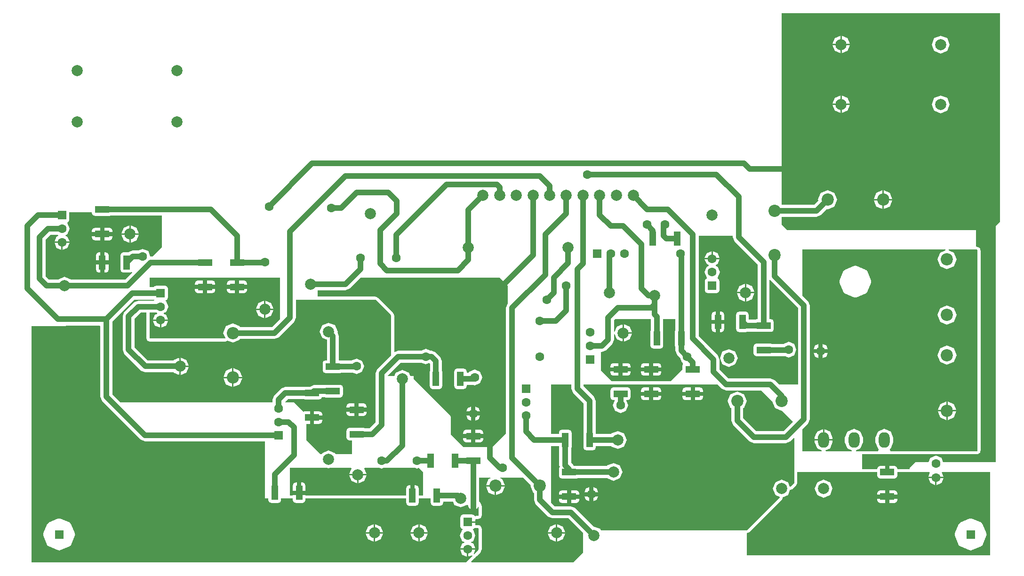
<source format=gtl>
G04 Layer_Physical_Order=1*
G04 Layer_Color=255*
%FSLAX44Y44*%
%MOMM*%
G71*
G01*
G75*
%ADD10R,1.2000X2.6000*%
%ADD11R,2.6000X1.2000*%
%ADD12C,1.0000*%
%ADD13C,2.0000*%
%ADD14R,1.6000X1.6000*%
%ADD15C,2.2000*%
%ADD16C,1.6000*%
%ADD17R,1.6000X1.6000*%
%ADD18O,2.0000X2.8000*%
G36*
X923271Y163922D02*
X922682Y162500D01*
X927754Y150254D01*
X929176Y149665D01*
Y137500D01*
X932346Y129846D01*
X954846Y107346D01*
X962500Y104176D01*
X991117D01*
X1017500Y77793D01*
Y42500D01*
X1000000Y25000D01*
X816813D01*
X816327Y26173D01*
X822889Y32735D01*
X822932Y32839D01*
X823546Y33453D01*
X823915Y34344D01*
X824062Y34491D01*
X824105Y34595D01*
Y34595D01*
X824105D01*
X824209Y34638D01*
X824356Y34785D01*
X825247Y35154D01*
X825861Y35768D01*
X825965Y35811D01*
X833066Y42912D01*
X833478Y43907D01*
X834239Y44668D01*
X835000Y46505D01*
Y47582D01*
X835412Y48576D01*
Y85600D01*
X835000Y86594D01*
X835000Y87671D01*
X834685Y88432D01*
Y88432D01*
X833923Y89193D01*
X833827Y89426D01*
X833593Y89523D01*
X832847Y90269D01*
X832750Y90503D01*
X832517Y90600D01*
X831756Y91361D01*
X830995Y91676D01*
X829918Y91676D01*
X828923Y92088D01*
X824488D01*
X824485Y92090D01*
X824310D01*
X823412Y92988D01*
Y96230D01*
X810000D01*
Y98770D01*
X823412D01*
Y102012D01*
X824310Y102910D01*
X824485D01*
X824488Y102912D01*
X828923D01*
X829918Y103324D01*
X830995Y103324D01*
X831756Y103639D01*
X831756D01*
X832517Y104400D01*
X832750Y104497D01*
X832847Y104731D01*
X833593Y105477D01*
X833827Y105574D01*
X833923Y105807D01*
X834685Y106568D01*
X835000Y107329D01*
X835000Y108406D01*
X835412Y109400D01*
Y126424D01*
X835000Y127418D01*
Y128495D01*
X834239Y130332D01*
X833478Y131094D01*
X833066Y132088D01*
X830824Y134330D01*
X830824Y134330D01*
Y177500D01*
X851148D01*
X851396Y176254D01*
X847754Y174746D01*
X843208Y163770D01*
X860000D01*
X876792D01*
X872246Y174746D01*
X868604Y176254D01*
X868852Y177500D01*
X909693D01*
X923271Y163922D01*
D02*
G37*
G36*
X1750000Y37500D02*
X1312500D01*
Y77088D01*
X1316327Y78673D01*
X1375377Y137723D01*
X1375589Y138235D01*
X1376050Y138543D01*
X1376358Y140092D01*
X1376962Y141550D01*
X1376776Y142000D01*
X1386481Y146019D01*
X1390500Y155724D01*
X1390950Y155538D01*
X1392408Y156142D01*
X1393957Y156450D01*
X1394265Y156911D01*
X1394777Y157123D01*
X1401327Y163673D01*
X1402912Y167500D01*
X1402912Y167500D01*
Y187500D01*
X1546588D01*
Y181000D01*
X1548173Y177173D01*
X1552000Y175588D01*
X1578000D01*
X1581827Y177173D01*
X1583412Y181000D01*
Y187500D01*
X1641196D01*
X1642045Y186230D01*
X1638955Y178770D01*
X1652500D01*
X1666045D01*
X1662955Y186230D01*
X1663804Y187500D01*
X1750000D01*
Y37500D01*
D02*
G37*
G36*
X718800Y193429D02*
X722527Y194973D01*
X730000Y187500D01*
Y145412D01*
X721912D01*
Y158000D01*
X720327Y161827D01*
X716500Y163412D01*
X714250D01*
Y145000D01*
X706750D01*
Y163412D01*
X704500D01*
X700673Y161827D01*
X699088Y158000D01*
Y145412D01*
X518412D01*
Y146250D01*
X507000D01*
X495588D01*
Y145412D01*
X490000D01*
Y194693D01*
X490307Y195000D01*
X557185D01*
X560000Y193834D01*
X562815Y195000D01*
X600380D01*
X600916Y193730D01*
X596790Y183770D01*
X628210D01*
X624084Y193730D01*
X624620Y195000D01*
X651207D01*
X655000Y193429D01*
X658793Y195000D01*
X715007D01*
X718800Y193429D01*
D02*
G37*
G36*
X1767500Y637500D02*
X1760000Y630000D01*
Y205000D01*
X1665701D01*
X1662450Y212850D01*
X1652500Y216971D01*
X1642550Y212850D01*
X1639299Y205000D01*
X1615000D01*
X1605000Y195000D01*
Y192912D01*
X1583412D01*
Y193000D01*
X1581827Y196827D01*
X1578000Y198412D01*
X1568750D01*
Y187000D01*
X1561250D01*
Y198412D01*
X1552000D01*
X1548173Y196827D01*
X1546588Y193000D01*
Y192912D01*
X1520000D01*
X1520000Y219588D01*
X1547700D01*
X1548694Y220000D01*
X1570506D01*
X1571500Y219588D01*
X1726423D01*
X1727418Y220000D01*
X1728495Y220000D01*
X1729256Y220315D01*
X1729256D01*
X1730017Y221076D01*
X1730250Y221173D01*
X1730347Y221407D01*
X1731093Y222153D01*
X1731327Y222250D01*
X1731423Y222483D01*
X1732185Y223244D01*
X1732185Y223244D01*
D01*
D01*
X1732500Y224005D01*
X1732500Y225082D01*
X1732912Y226076D01*
Y586423D01*
X1732500Y587418D01*
X1732500Y588495D01*
X1732185Y589256D01*
Y589256D01*
X1731423Y590017D01*
X1731327Y590250D01*
X1731093Y590347D01*
X1730347Y591093D01*
X1730250Y591327D01*
X1730017Y591423D01*
X1729256Y592185D01*
X1729256Y592185D01*
D01*
D01*
X1728495Y592500D01*
X1727418Y592500D01*
X1726423Y592912D01*
X1725000D01*
Y622500D01*
X1385000D01*
X1375000Y632500D01*
Y645868D01*
X1375335Y646676D01*
X1437500D01*
X1445154Y649846D01*
X1456078Y660771D01*
X1457500Y660182D01*
X1469746Y665254D01*
X1474818Y677500D01*
X1469746Y689746D01*
X1457500Y694818D01*
X1445254Y689746D01*
X1440182Y677500D01*
X1440771Y676078D01*
X1433017Y668324D01*
X1375335D01*
X1375000Y669132D01*
Y1012500D01*
X1767500D01*
Y637500D01*
D02*
G37*
G36*
X149176Y449856D02*
Y322500D01*
X152346Y314846D01*
X221746Y245446D01*
X229400Y242276D01*
X445000D01*
Y140000D01*
X451588D01*
Y137000D01*
X453173Y133173D01*
X457000Y131588D01*
X469000D01*
X472827Y133173D01*
X474412Y137000D01*
Y140000D01*
X495588D01*
Y137000D01*
X497173Y133173D01*
X501000Y131588D01*
X513000D01*
X516827Y133173D01*
X518412Y137000D01*
Y140000D01*
X699088D01*
Y132000D01*
X700673Y128173D01*
X704500Y126588D01*
X716500D01*
X720327Y128173D01*
X721912Y132000D01*
Y140000D01*
X743088D01*
Y132000D01*
X744673Y128173D01*
X748500Y126588D01*
X760500D01*
X764327Y128173D01*
X765912Y132000D01*
Y134176D01*
X783677D01*
X786020Y128519D01*
X797500Y123764D01*
X808498Y128320D01*
X810039Y127918D01*
X812346Y122346D01*
X820000Y119176D01*
X827654Y122346D01*
X828730Y124945D01*
X830000Y124692D01*
Y110477D01*
X830000Y110477D01*
Y109400D01*
X829767Y109304D01*
X829020Y108557D01*
X828923Y108324D01*
X827847Y108324D01*
X827847Y108324D01*
X824488D01*
X824485Y108322D01*
X824310D01*
X824310Y108322D01*
X823587Y108023D01*
X822192Y108445D01*
X821827Y109327D01*
X818000Y110912D01*
X802000D01*
X798173Y109327D01*
X796588Y105500D01*
Y89500D01*
X798173Y85673D01*
X800619Y84660D01*
Y83285D01*
X800050Y83050D01*
X795929Y73100D01*
X800050Y63150D01*
X803950Y61535D01*
Y60265D01*
X800050Y58650D01*
X796455Y49970D01*
X810000D01*
Y48700D01*
D01*
Y49970D01*
X823545D01*
X819950Y58650D01*
X816050Y60265D01*
Y61535D01*
X819950Y63150D01*
X824071Y73100D01*
X819950Y83050D01*
X819381Y83285D01*
Y84660D01*
X821827Y85673D01*
X822192Y86555D01*
X823587Y86977D01*
X824310Y86678D01*
X824310Y86678D01*
X824485D01*
X824488Y86676D01*
X827847D01*
X827847Y86676D01*
X828924D01*
X829020Y86443D01*
X829767Y85696D01*
X830000Y85600D01*
X830000Y84523D01*
X830000Y84523D01*
Y49653D01*
Y48576D01*
X829239Y46739D01*
X822336Y39836D01*
X822253Y39777D01*
X821693Y39641D01*
X821369Y39867D01*
X820935Y40489D01*
X820837Y40893D01*
X823545Y47430D01*
X811270D01*
Y35155D01*
X817604Y37779D01*
X819043Y37000D01*
X819049Y36966D01*
X818915Y36415D01*
X807500Y25000D01*
X25000D01*
Y450000D01*
X148275Y450752D01*
X149176Y449856D01*
D02*
G37*
G36*
X134088Y653500D02*
X135673Y649673D01*
X139500Y648088D01*
X165500D01*
X166920Y648676D01*
X260000D01*
Y592500D01*
X242824Y575324D01*
X240591D01*
X240244Y575324D01*
X240244Y575324D01*
X239956Y575324D01*
X238650Y576016D01*
X234950Y584950D01*
X225000Y589071D01*
X217161Y585824D01*
X207000D01*
X199970Y582912D01*
X190500D01*
X186673Y581327D01*
X185088Y577500D01*
Y551500D01*
X186673Y547673D01*
X190500Y546088D01*
X202500D01*
X205813Y547460D01*
X206532Y546383D01*
X193472Y533324D01*
X96753D01*
X96481Y533980D01*
X85000Y538736D01*
X73520Y533980D01*
X73248Y533324D01*
X56983D01*
X50824Y539483D01*
Y605517D01*
X59483Y614176D01*
X72161D01*
X73950Y613435D01*
Y612165D01*
X70050Y610550D01*
X66455Y601870D01*
X80000D01*
X93545D01*
X89950Y610550D01*
X86050Y612165D01*
Y613435D01*
X89950Y615050D01*
X94071Y625000D01*
X89950Y634950D01*
X89381Y635185D01*
Y636560D01*
X91827Y637573D01*
X93412Y641400D01*
Y655000D01*
X134088D01*
Y653500D01*
D02*
G37*
G36*
X1669620Y587500D02*
X1669873Y586230D01*
X1660254Y582246D01*
X1655182Y570000D01*
X1660254Y557754D01*
X1672500Y552682D01*
X1684746Y557754D01*
X1689818Y570000D01*
X1684746Y582246D01*
X1675127Y586230D01*
X1675380Y587500D01*
X1725000D01*
X1726423D01*
X1727185Y587185D01*
X1727500Y586423D01*
Y226076D01*
X1727185Y225315D01*
X1726423Y225000D01*
X1571500D01*
X1570739Y225315D01*
X1570012Y227071D01*
X1569566Y227517D01*
X1569662Y228932D01*
X1571080Y229520D01*
X1575836Y241000D01*
Y249000D01*
X1571080Y260480D01*
X1559600Y265236D01*
X1548120Y260480D01*
X1543364Y249000D01*
Y241000D01*
X1548120Y229520D01*
X1549538Y228932D01*
X1549634Y227517D01*
X1549188Y227071D01*
X1548461Y225315D01*
X1547700Y225000D01*
X1520000D01*
X1508824D01*
X1508577Y226246D01*
X1516481Y229520D01*
X1521236Y241000D01*
Y249000D01*
X1516481Y260480D01*
X1505000Y265236D01*
X1493519Y260480D01*
X1488764Y249000D01*
Y241000D01*
X1493519Y229520D01*
X1501423Y226246D01*
X1501176Y225000D01*
X1454224D01*
X1453977Y226246D01*
X1461880Y229520D01*
X1466636Y241000D01*
Y243730D01*
X1434164D01*
Y241000D01*
X1438920Y229520D01*
X1446823Y226246D01*
X1446576Y225000D01*
X1412500D01*
Y264693D01*
X1422654Y274846D01*
X1425824Y282500D01*
Y487500D01*
X1422654Y495154D01*
X1412500Y505307D01*
Y587500D01*
X1669620Y587500D01*
D02*
G37*
G36*
X882500Y522500D02*
Y490307D01*
X882346Y490154D01*
X879176Y482500D01*
Y256676D01*
X855000Y232500D01*
X802500D01*
X780000Y255000D01*
Y287500D01*
X712500Y355000D01*
Y360000D01*
X706665D01*
X703980Y366480D01*
X692500Y371236D01*
X681020Y366480D01*
X678335Y360000D01*
X667103D01*
X666577Y361270D01*
X689483Y384176D01*
X727161D01*
X735000Y380929D01*
X741197Y383496D01*
X742176Y382517D01*
Y369420D01*
X741588Y368000D01*
Y342000D01*
X743173Y338173D01*
X747000Y336588D01*
X759000D01*
X762827Y338173D01*
X764412Y342000D01*
Y368000D01*
X763824Y369420D01*
Y387000D01*
X760654Y394654D01*
X752654Y402654D01*
X745000Y405824D01*
X742839D01*
X735000Y409071D01*
X727161Y405824D01*
X685000D01*
X678968Y403325D01*
X678579Y403585D01*
X677912Y404263D01*
Y468923D01*
X677500Y469918D01*
Y470995D01*
X676739Y472832D01*
X675978Y473593D01*
X675566Y474588D01*
X649588Y500566D01*
X648593Y500978D01*
X647832Y501739D01*
X645995Y502500D01*
X644918D01*
X643924Y502912D01*
X540000D01*
Y514176D01*
X590000D01*
X597654Y517346D01*
X617807Y537500D01*
X867500D01*
X882500Y522500D01*
D02*
G37*
G36*
X1267346Y337346D02*
X1275000Y334176D01*
X1338324D01*
X1357810Y314690D01*
X1362754Y302754D01*
X1374690Y297810D01*
X1394846Y277654D01*
X1378017Y260824D01*
X1329483D01*
X1305824Y284483D01*
Y302165D01*
X1307246Y302754D01*
X1312318Y315000D01*
X1307246Y327246D01*
X1295000Y332318D01*
X1282754Y327246D01*
X1277682Y315000D01*
X1282754Y302754D01*
X1284176Y302165D01*
Y280000D01*
X1287346Y272346D01*
X1317346Y242346D01*
X1325000Y239176D01*
X1382500D01*
X1390154Y242346D01*
X1396327Y248519D01*
X1397500Y248033D01*
Y167500D01*
X1390950Y160950D01*
X1389704Y161198D01*
X1386481Y168981D01*
X1375000Y173736D01*
X1363519Y168981D01*
X1358764Y157500D01*
X1363519Y146019D01*
X1371302Y142796D01*
X1371550Y141550D01*
X1312500Y82500D01*
X1049842D01*
X1048980Y84580D01*
X1037500Y89336D01*
X1036843Y89064D01*
X1003254Y122654D01*
X995600Y125824D01*
X966983D01*
X960000Y132807D01*
Y234176D01*
X974088D01*
Y232000D01*
X974676Y230580D01*
Y199500D01*
X975767Y196866D01*
X975673Y196827D01*
X974088Y193000D01*
Y181000D01*
X975673Y177173D01*
X979500Y175588D01*
X1005500D01*
X1008127Y176676D01*
X1060748D01*
X1061020Y176019D01*
X1072500Y171264D01*
X1083980Y176019D01*
X1088736Y187500D01*
X1083980Y198981D01*
X1072500Y203736D01*
X1061020Y198981D01*
X1060748Y198324D01*
X1005713D01*
X1005500Y198412D01*
X1000875D01*
X1000154Y200154D01*
X996324Y203983D01*
Y230580D01*
X996912Y232000D01*
Y258000D01*
X995327Y261827D01*
X991500Y263412D01*
X979500D01*
X975673Y261827D01*
X974088Y258000D01*
Y255824D01*
X960000D01*
Y345000D01*
X996676D01*
Y337500D01*
X999846Y329846D01*
X1018676Y311017D01*
Y259420D01*
X1018088Y258000D01*
Y232000D01*
X1019673Y228173D01*
X1023500Y226588D01*
X1035500D01*
X1039327Y228173D01*
X1040912Y232000D01*
Y234176D01*
X1068248D01*
X1068520Y233519D01*
X1080000Y228764D01*
X1091480Y233519D01*
X1096236Y245000D01*
X1091480Y256481D01*
X1080000Y261236D01*
X1068520Y256481D01*
X1068248Y255824D01*
X1040912D01*
Y258000D01*
X1040324Y259420D01*
Y315500D01*
X1037154Y323154D01*
X1018324Y341983D01*
Y345000D01*
X1069588D01*
X1069588Y345000D01*
X1069588Y345000D01*
X1259693D01*
X1267346Y337346D01*
D02*
G37*
G36*
X1286676Y610000D02*
X1289846Y602346D01*
X1331676Y560517D01*
Y462216D01*
X1329500D01*
X1328080Y461628D01*
X1315912D01*
Y470500D01*
X1314327Y474327D01*
X1310500Y475912D01*
X1298500D01*
X1294673Y474327D01*
X1293088Y470500D01*
Y444500D01*
X1294673Y440673D01*
X1298500Y439088D01*
X1310500D01*
X1312654Y439980D01*
X1328080D01*
X1329500Y439392D01*
X1355500D01*
X1359327Y440977D01*
X1360912Y444804D01*
Y456804D01*
X1359327Y460631D01*
X1355500Y462216D01*
X1353324D01*
Y532767D01*
X1354570Y533015D01*
X1354846Y532346D01*
X1404176Y483017D01*
Y345000D01*
X1370307D01*
X1362654Y352654D01*
X1355000Y355824D01*
X1279483D01*
X1263324Y371983D01*
Y390000D01*
X1260154Y397654D01*
X1225824Y431983D01*
Y612500D01*
X1286676D01*
Y610000D01*
D02*
G37*
G36*
X472500Y462807D02*
X458017Y448324D01*
X400335D01*
X399746Y449746D01*
X387500Y454818D01*
X375254Y449746D01*
X370182Y437500D01*
X373886Y428556D01*
X373181Y427500D01*
X237500D01*
Y474176D01*
X249661D01*
X251450Y473435D01*
Y472165D01*
X247550Y470550D01*
X243955Y461870D01*
X257500D01*
X271045D01*
X267450Y470550D01*
X263550Y472165D01*
Y473435D01*
X267450Y475050D01*
X271571Y485000D01*
X267450Y494950D01*
X266881Y495185D01*
Y496560D01*
X269327Y497573D01*
X270912Y501400D01*
Y517400D01*
X269327Y521227D01*
X265500Y522812D01*
X249500D01*
X245673Y521227D01*
X245258Y520224D01*
X237500D01*
Y537500D01*
X472500D01*
Y462807D01*
D02*
G37*
G36*
X645761Y496739D02*
X671739Y470761D01*
X672500Y468923D01*
X672500D01*
X672500Y468923D01*
Y404031D01*
Y397807D01*
X647346Y372654D01*
X644176Y365000D01*
Y276983D01*
X633517Y266324D01*
X624420D01*
X623000Y266912D01*
X597000D01*
X593173Y265327D01*
X591588Y261500D01*
Y249500D01*
X593173Y245673D01*
X597000Y244088D01*
X601676D01*
Y220000D01*
X572123D01*
X571480Y221551D01*
X560000Y226306D01*
X548520Y221551D01*
X547877Y220000D01*
X545000D01*
X520000Y245000D01*
Y274088D01*
X526250D01*
Y285500D01*
Y296912D01*
X517000D01*
X514234Y295766D01*
X497500Y312500D01*
X482103D01*
X481577Y313770D01*
X486483Y318676D01*
X515580D01*
X517000Y318088D01*
X543000D01*
X546827Y319673D01*
X547864Y322176D01*
X553080D01*
X554500Y321588D01*
X580500D01*
X584327Y323173D01*
X585912Y327000D01*
Y339000D01*
X584327Y342827D01*
X580500Y344412D01*
X554500D01*
X553080Y343824D01*
X533500D01*
X526470Y340912D01*
X517000D01*
X515580Y340324D01*
X482000D01*
X474346Y337154D01*
X462346Y325154D01*
X459176Y317500D01*
Y312500D01*
X185307D01*
X170824Y326983D01*
Y458017D01*
X210307Y497500D01*
X245690D01*
X246157Y497094D01*
X245682Y495824D01*
X217500D01*
X209846Y492654D01*
X192346Y475154D01*
X189176Y467500D01*
Y407500D01*
X192346Y399846D01*
X222346Y369846D01*
X230000Y366676D01*
X280748D01*
X281019Y366020D01*
X291230Y361790D01*
Y377500D01*
Y393210D01*
X281019Y388980D01*
X280748Y388324D01*
X234483D01*
X210824Y411983D01*
Y463017D01*
X221983Y474176D01*
X232088D01*
Y427500D01*
X233673Y423673D01*
X237500Y422088D01*
X373181D01*
X373693Y422300D01*
X374237Y422192D01*
X375549Y423069D01*
X377008Y423673D01*
X378393Y423954D01*
X387500Y420182D01*
X399746Y425254D01*
X400335Y426676D01*
X462500D01*
X470154Y429846D01*
X497654Y457346D01*
X500824Y465000D01*
Y497500D01*
X643924D01*
X645761Y496739D01*
D02*
G37*
G36*
X1183676Y441920D02*
X1183088Y440500D01*
Y414500D01*
X1183676Y413080D01*
Y405500D01*
X1186846Y397846D01*
X1191803Y392890D01*
X1195050Y385050D01*
X1197500Y384036D01*
Y380202D01*
X1196588Y378000D01*
Y371588D01*
X1175412Y350412D01*
X1069588D01*
X1050000Y370000D01*
Y403576D01*
X1051900D01*
X1059554Y406746D01*
X1070154Y417346D01*
X1073324Y425000D01*
Y435244D01*
X1074594Y435497D01*
X1078520Y426020D01*
X1088730Y421790D01*
Y437500D01*
Y453210D01*
X1078520Y448980D01*
X1074594Y439503D01*
X1073324Y439756D01*
Y460517D01*
X1075307Y462500D01*
X1139676D01*
Y441920D01*
X1139088Y440500D01*
Y414500D01*
X1140673Y410673D01*
X1144500Y409088D01*
X1156500D01*
X1160327Y410673D01*
X1161912Y414500D01*
Y440500D01*
X1161324Y441920D01*
Y462500D01*
X1183676D01*
Y441920D01*
D02*
G37*
%LPC*%
G36*
X985710Y76830D02*
X971270D01*
Y62390D01*
X981480Y66620D01*
X985710Y76830D01*
D02*
G37*
G36*
X968730D02*
X954290D01*
X958520Y66620D01*
X968730Y62390D01*
Y76830D01*
D02*
G37*
G36*
X858730Y161230D02*
X843208D01*
X847754Y150254D01*
X858730Y145708D01*
Y161230D01*
D02*
G37*
G36*
X876792D02*
X861270D01*
Y145708D01*
X872246Y150254D01*
X876792Y161230D01*
D02*
G37*
G36*
X968730Y93810D02*
X958520Y89580D01*
X954290Y79370D01*
X968730D01*
Y93810D01*
D02*
G37*
G36*
X971270D02*
Y79370D01*
X985710D01*
X981480Y89580D01*
X971270Y93810D01*
D02*
G37*
G36*
X1450400Y173736D02*
X1438920Y168981D01*
X1434164Y157500D01*
X1438920Y146019D01*
X1450400Y141264D01*
X1461881Y146019D01*
X1466636Y157500D01*
X1461881Y168981D01*
X1450400Y173736D01*
D02*
G37*
G36*
X1578000Y154412D02*
X1568750D01*
Y146750D01*
X1583412D01*
Y149000D01*
X1581827Y152827D01*
X1578000Y154412D01*
D02*
G37*
G36*
X1561250D02*
X1552000D01*
X1548173Y152827D01*
X1546588Y149000D01*
Y146750D01*
X1561250D01*
Y154412D01*
D02*
G37*
G36*
X1715000Y103683D02*
X1714005Y103271D01*
X1712929D01*
X1712929Y103271D01*
X1696474Y96455D01*
X1696474D01*
X1695712Y95694D01*
X1694718Y95282D01*
X1694306Y94288D01*
X1693545Y93526D01*
Y93526D01*
X1686729Y77071D01*
X1686729Y77071D01*
Y75995D01*
X1686317Y75000D01*
X1686729Y74005D01*
Y72929D01*
X1686729Y72929D01*
X1693545Y56474D01*
Y56474D01*
X1694306Y55712D01*
X1694718Y54718D01*
X1695712Y54306D01*
X1696474Y53545D01*
X1696474D01*
X1712929Y46729D01*
X1712929Y46729D01*
X1714005D01*
X1715000Y46317D01*
X1715995Y46729D01*
X1717071D01*
X1717071Y46729D01*
X1733526Y53545D01*
X1733526D01*
X1734288Y54306D01*
X1735282Y54718D01*
X1735694Y55712D01*
X1736455Y56474D01*
Y56474D01*
X1743271Y72929D01*
X1743271Y72929D01*
Y74005D01*
X1743683Y75000D01*
X1743271Y75995D01*
Y77071D01*
X1743271Y77071D01*
X1736455Y93526D01*
Y93526D01*
X1735694Y94288D01*
X1735282Y95282D01*
X1734288Y95694D01*
X1733526Y96455D01*
X1733526D01*
X1717071Y103271D01*
X1717071Y103271D01*
X1715995D01*
X1715000Y103683D01*
D02*
G37*
G36*
X1561250Y139250D02*
X1546588D01*
Y137000D01*
X1548173Y133173D01*
X1552000Y131588D01*
X1561250D01*
Y139250D01*
D02*
G37*
G36*
X1583412D02*
X1568750D01*
Y131588D01*
X1578000D01*
X1581827Y133173D01*
X1583412Y137000D01*
Y139250D01*
D02*
G37*
G36*
X1651230Y176230D02*
X1638955D01*
X1642550Y167550D01*
X1651230Y163955D01*
Y176230D01*
D02*
G37*
G36*
X1666045D02*
X1653770D01*
Y163955D01*
X1662450Y167550D01*
X1666045Y176230D01*
D02*
G37*
G36*
X628210Y181230D02*
X613770D01*
Y166790D01*
X623980Y171019D01*
X628210Y181230D01*
D02*
G37*
G36*
X611230D02*
X596790D01*
X601020Y171019D01*
X611230Y166790D01*
Y181230D01*
D02*
G37*
G36*
X503250Y168412D02*
X501000D01*
X497173Y166827D01*
X495588Y163000D01*
Y153750D01*
X503250D01*
Y168412D01*
D02*
G37*
G36*
X513000D02*
X510750D01*
Y153750D01*
X518412D01*
Y163000D01*
X516827Y166827D01*
X513000Y168412D01*
D02*
G37*
G36*
X1480720Y864480D02*
X1470509Y860250D01*
X1466280Y850040D01*
X1480720D01*
Y864480D01*
D02*
G37*
G36*
X1483260D02*
Y850040D01*
X1497700D01*
X1493470Y860250D01*
X1483260Y864480D01*
D02*
G37*
G36*
X1480720Y847500D02*
X1466280D01*
X1470509Y837290D01*
X1480720Y833060D01*
Y847500D01*
D02*
G37*
G36*
X1497700D02*
X1483260D01*
Y833060D01*
X1493470Y837290D01*
X1497700Y847500D01*
D02*
G37*
G36*
X1661060Y972506D02*
X1649579Y967750D01*
X1644824Y956270D01*
X1649579Y944790D01*
X1661060Y940034D01*
X1672540Y944790D01*
X1677296Y956270D01*
X1672540Y967750D01*
X1661060Y972506D01*
D02*
G37*
G36*
X1480720Y971980D02*
X1470509Y967750D01*
X1466280Y957540D01*
X1480720D01*
Y971980D01*
D02*
G37*
G36*
X1483260Y971980D02*
Y957540D01*
X1497700D01*
X1493470Y967750D01*
X1483260Y971980D01*
D02*
G37*
G36*
X1480720Y955000D02*
X1466280D01*
X1470509Y944790D01*
X1480720Y940560D01*
Y955000D01*
D02*
G37*
G36*
X1497700D02*
X1483260D01*
Y940560D01*
X1493470Y944790D01*
X1497700Y955000D01*
D02*
G37*
G36*
X1661060Y865006D02*
X1649579Y860250D01*
X1644824Y848770D01*
X1649579Y837290D01*
X1661060Y832534D01*
X1672540Y837290D01*
X1677296Y848770D01*
X1672540Y860250D01*
X1661060Y865006D01*
D02*
G37*
G36*
X1556230Y694292D02*
X1545254Y689746D01*
X1540708Y678770D01*
X1556230D01*
Y694292D01*
D02*
G37*
G36*
X1558770Y694292D02*
Y678770D01*
X1574292D01*
X1569746Y689746D01*
X1558770Y694292D01*
D02*
G37*
G36*
X1574292Y676230D02*
X1558770D01*
Y660708D01*
X1569746Y665254D01*
X1574292Y676230D01*
D02*
G37*
G36*
X1556230D02*
X1540708D01*
X1545254Y665254D01*
X1556230Y660708D01*
Y676230D01*
D02*
G37*
G36*
X641230Y76830D02*
X626790D01*
X631020Y66620D01*
X641230Y62390D01*
Y76830D01*
D02*
G37*
G36*
X658210D02*
X643770D01*
Y62390D01*
X653980Y66620D01*
X658210Y76830D01*
D02*
G37*
G36*
X721230D02*
X706790D01*
X711020Y66620D01*
X721230Y62390D01*
Y76830D01*
D02*
G37*
G36*
X808730Y47430D02*
X796455D01*
X800050Y38750D01*
X808730Y35155D01*
Y47430D01*
D02*
G37*
G36*
X723770Y93810D02*
Y79370D01*
X738210D01*
X733980Y89580D01*
X723770Y93810D01*
D02*
G37*
G36*
X75000Y103683D02*
X74005Y103271D01*
X72929D01*
X72929Y103271D01*
X56474Y96455D01*
X56474D01*
X55712Y95694D01*
X54718Y95282D01*
X54306Y94288D01*
X53545Y93526D01*
Y93526D01*
X46729Y77071D01*
X46729Y77071D01*
Y75995D01*
X46317Y75000D01*
X46729Y74005D01*
Y72929D01*
X46729Y72929D01*
X53545Y56474D01*
Y56474D01*
X54306Y55712D01*
X54718Y54718D01*
X55712Y54306D01*
X56474Y53545D01*
X56474D01*
X72929Y46729D01*
X72929Y46729D01*
X74005D01*
X75000Y46317D01*
X75995Y46729D01*
X77071D01*
X77071Y46729D01*
X93526Y53545D01*
X93526D01*
X94288Y54306D01*
X95282Y54718D01*
X95694Y55712D01*
X96455Y56474D01*
Y56474D01*
X103271Y72929D01*
X103271Y72929D01*
Y74005D01*
X103683Y75000D01*
X103271Y75995D01*
Y77071D01*
X103271Y77071D01*
X96455Y93526D01*
Y93526D01*
X95694Y94288D01*
X95282Y95282D01*
X94288Y95694D01*
X93526Y96455D01*
X93526D01*
X77071Y103271D01*
X77071Y103271D01*
X75995D01*
X75000Y103683D01*
D02*
G37*
G36*
X641230Y93810D02*
X631020Y89580D01*
X626790Y79370D01*
X641230D01*
Y93810D01*
D02*
G37*
G36*
X738210Y76830D02*
X723770D01*
Y62390D01*
X733980Y66620D01*
X738210Y76830D01*
D02*
G37*
G36*
X643770Y93810D02*
Y79370D01*
X658210D01*
X653980Y89580D01*
X643770Y93810D01*
D02*
G37*
G36*
X721230D02*
X711020Y89580D01*
X706790Y79370D01*
X721230D01*
Y93810D01*
D02*
G37*
G36*
X148750Y582912D02*
X146500D01*
X142673Y581327D01*
X141088Y577500D01*
Y568250D01*
X148750D01*
Y582912D01*
D02*
G37*
G36*
X158500D02*
X156250D01*
Y568250D01*
X163912D01*
Y577500D01*
X162327Y581327D01*
X158500Y582912D01*
D02*
G37*
G36*
X78730Y599330D02*
X66455D01*
X70050Y590650D01*
X78730Y587055D01*
Y599330D01*
D02*
G37*
G36*
X201230Y614230D02*
X186790D01*
X191019Y604019D01*
X201230Y599790D01*
Y614230D01*
D02*
G37*
G36*
X148750Y611750D02*
X134088D01*
Y609500D01*
X135673Y605673D01*
X139500Y604088D01*
X148750D01*
Y611750D01*
D02*
G37*
G36*
X93545Y599330D02*
X81270D01*
Y587055D01*
X89950Y590650D01*
X93545Y599330D01*
D02*
G37*
G36*
X218210Y614230D02*
X203770D01*
Y599790D01*
X213981Y604019D01*
X218210Y614230D01*
D02*
G37*
G36*
X148750Y560750D02*
X141088D01*
Y551500D01*
X142673Y547673D01*
X146500Y546088D01*
X148750D01*
Y560750D01*
D02*
G37*
G36*
X163912D02*
X156250D01*
Y546088D01*
X158500D01*
X162327Y547673D01*
X163912Y551500D01*
Y560750D01*
D02*
G37*
G36*
X203770Y631210D02*
Y616770D01*
X218210D01*
X213981Y626980D01*
X203770Y631210D01*
D02*
G37*
G36*
X148750Y626912D02*
X139500D01*
X135673Y625327D01*
X134088Y621500D01*
Y619250D01*
X148750D01*
Y626912D01*
D02*
G37*
G36*
X170912Y611750D02*
X156250D01*
Y604088D01*
X165500D01*
X169327Y605673D01*
X170912Y609500D01*
Y611750D01*
D02*
G37*
G36*
X201230Y631210D02*
X191019Y626980D01*
X186790Y616770D01*
X201230D01*
Y631210D01*
D02*
G37*
G36*
X165500Y626912D02*
X156250D01*
Y619250D01*
X170912D01*
Y621500D01*
X169327Y625327D01*
X165500Y626912D01*
D02*
G37*
G36*
X1671230Y314292D02*
X1660254Y309746D01*
X1655708Y298770D01*
X1671230D01*
Y314292D01*
D02*
G37*
G36*
X1689292Y296230D02*
X1673770D01*
Y280708D01*
X1684746Y285254D01*
X1689292Y296230D01*
D02*
G37*
G36*
X1671230D02*
X1655708D01*
X1660254Y285254D01*
X1671230Y280708D01*
Y296230D01*
D02*
G37*
G36*
X1673770Y314292D02*
Y298770D01*
X1689292D01*
X1684746Y309746D01*
X1673770Y314292D01*
D02*
G37*
G36*
X1449130Y264710D02*
X1438920Y260480D01*
X1438032Y258338D01*
X1437346Y258054D01*
X1434176Y250400D01*
X1434460Y249714D01*
X1434164Y249000D01*
Y246270D01*
X1449130D01*
Y264710D01*
D02*
G37*
G36*
X1451670D02*
Y246270D01*
X1466636D01*
Y249000D01*
X1461880Y260480D01*
X1451670Y264710D01*
D02*
G37*
G36*
X1507500Y558683D02*
X1506505Y558271D01*
X1505429D01*
X1505429Y558271D01*
X1488974Y551455D01*
X1488974D01*
X1488212Y550694D01*
X1487218Y550282D01*
X1486806Y549288D01*
X1486045Y548526D01*
Y548526D01*
X1479229Y532071D01*
X1479229Y532071D01*
Y530994D01*
X1478817Y530000D01*
X1479229Y529006D01*
Y527929D01*
X1479229Y527929D01*
X1486045Y511474D01*
Y511474D01*
X1486806Y510712D01*
X1487218Y509718D01*
X1488212Y509306D01*
X1488974Y508545D01*
X1488974D01*
X1505429Y501729D01*
X1505429Y501729D01*
X1506505D01*
X1507500Y501317D01*
X1508495Y501729D01*
X1509571D01*
X1509571Y501729D01*
X1526026Y508545D01*
X1526026D01*
X1526788Y509306D01*
X1527782Y509718D01*
X1528194Y510712D01*
X1528955Y511474D01*
Y511474D01*
X1535771Y527929D01*
X1535771Y527929D01*
Y529006D01*
X1536183Y530000D01*
X1535771Y530994D01*
Y532071D01*
X1535771Y532071D01*
X1528955Y548526D01*
Y548526D01*
X1528194Y549288D01*
X1527782Y550282D01*
X1526788Y550694D01*
X1526026Y551455D01*
X1526026D01*
X1509571Y558271D01*
X1509571Y558271D01*
X1508495D01*
X1507500Y558683D01*
D02*
G37*
G36*
X1672500Y414818D02*
X1660254Y409746D01*
X1655182Y397500D01*
X1660254Y385254D01*
X1672500Y380182D01*
X1684746Y385254D01*
X1689818Y397500D01*
X1684746Y409746D01*
X1672500Y414818D01*
D02*
G37*
G36*
X1441250Y401250D02*
X1432482D01*
X1435050Y395050D01*
X1441250Y392482D01*
Y401250D01*
D02*
G37*
G36*
X1448750Y417518D02*
Y408750D01*
X1457518D01*
X1454950Y414950D01*
X1448750Y417518D01*
D02*
G37*
G36*
X1457518Y401250D02*
X1448750D01*
Y392482D01*
X1454950Y395050D01*
X1457518Y401250D01*
D02*
G37*
G36*
X1441250Y417518D02*
X1435050Y414950D01*
X1432482Y408750D01*
X1441250D01*
Y417518D01*
D02*
G37*
G36*
X1672500Y487318D02*
X1660254Y482246D01*
X1655182Y470000D01*
X1660254Y457754D01*
X1672500Y452682D01*
X1684746Y457754D01*
X1689818Y470000D01*
X1684746Y482246D01*
X1672500Y487318D01*
D02*
G37*
G36*
X816250Y305018D02*
X810050Y302450D01*
X807482Y296250D01*
X816250D01*
Y305018D01*
D02*
G37*
G36*
X823750D02*
Y296250D01*
X832518D01*
X829950Y302450D01*
X823750Y305018D01*
D02*
G37*
G36*
X816250Y263412D02*
X807000D01*
X803173Y261827D01*
X801588Y258000D01*
Y255750D01*
X816250D01*
Y263412D01*
D02*
G37*
G36*
X833000D02*
X823750D01*
Y255750D01*
X838412D01*
Y258000D01*
X836827Y261827D01*
X833000Y263412D01*
D02*
G37*
G36*
X816250Y288750D02*
X807482D01*
X810050Y282550D01*
X816250Y279982D01*
Y288750D01*
D02*
G37*
G36*
X832518D02*
X823750D01*
Y279982D01*
X829950Y282550D01*
X832518Y288750D01*
D02*
G37*
G36*
X803000Y373412D02*
X791000D01*
X787173Y371827D01*
X785588Y368000D01*
Y342000D01*
X787173Y338173D01*
X791000Y336588D01*
X803000D01*
X806827Y338173D01*
X808412Y342000D01*
Y344176D01*
X820000D01*
X820348Y344320D01*
X822500Y343429D01*
X832450Y347550D01*
X836571Y357500D01*
X832450Y367450D01*
X822500Y371571D01*
X812550Y367450D01*
X811877Y365824D01*
X808412D01*
Y368000D01*
X806827Y371827D01*
X803000Y373412D01*
D02*
G37*
G36*
X816250Y248250D02*
X801588D01*
Y246000D01*
X803173Y242173D01*
X807000Y240588D01*
X816250D01*
Y248250D01*
D02*
G37*
G36*
X838412D02*
X823750D01*
Y240588D01*
X833000D01*
X836827Y242173D01*
X838412Y246000D01*
Y248250D01*
D02*
G37*
G36*
X1098000Y339412D02*
X1072000D01*
X1068173Y337827D01*
X1066588Y334000D01*
Y322000D01*
X1068173Y318173D01*
X1072000Y316588D01*
X1074176D01*
Y315339D01*
X1070929Y307500D01*
X1075050Y297550D01*
X1085000Y293429D01*
X1094950Y297550D01*
X1099071Y307500D01*
X1095824Y315339D01*
Y316588D01*
X1098000D01*
X1101827Y318173D01*
X1103412Y322000D01*
Y334000D01*
X1101827Y337827D01*
X1098000Y339412D01*
D02*
G37*
G36*
X1136250Y339412D02*
X1127000D01*
X1123173Y337827D01*
X1121588Y334000D01*
Y331750D01*
X1136250D01*
Y339412D01*
D02*
G37*
G36*
X1153000D02*
X1143750D01*
Y331750D01*
X1158412D01*
Y334000D01*
X1156827Y337827D01*
X1153000Y339412D01*
D02*
G37*
G36*
X1228000Y339412D02*
X1218750D01*
Y331750D01*
X1233412D01*
Y334000D01*
X1231827Y337827D01*
X1228000Y339412D01*
D02*
G37*
G36*
X1211250Y324250D02*
X1196588D01*
Y322000D01*
X1198173Y318173D01*
X1202000Y316588D01*
X1211250D01*
Y324250D01*
D02*
G37*
G36*
X1158412Y324250D02*
X1143750D01*
Y316588D01*
X1153000D01*
X1156827Y318173D01*
X1158412Y322000D01*
Y324250D01*
D02*
G37*
G36*
X1211250Y339412D02*
X1202000D01*
X1198173Y337827D01*
X1196588Y334000D01*
Y331750D01*
X1211250D01*
Y339412D01*
D02*
G37*
G36*
X1233412Y324250D02*
X1218750D01*
Y316588D01*
X1228000D01*
X1231827Y318173D01*
X1233412Y322000D01*
Y324250D01*
D02*
G37*
G36*
X1136250Y324250D02*
X1121588D01*
Y322000D01*
X1123173Y318173D01*
X1127000Y316588D01*
X1136250D01*
Y324250D01*
D02*
G37*
G36*
X1028750Y143750D02*
X1019982D01*
X1022550Y137550D01*
X1028750Y134982D01*
Y143750D01*
D02*
G37*
G36*
X1045018D02*
X1036250D01*
Y134982D01*
X1042450Y137550D01*
X1045018Y143750D01*
D02*
G37*
G36*
X988750Y154412D02*
X979500D01*
X975673Y152827D01*
X974088Y149000D01*
Y146750D01*
X988750D01*
Y154412D01*
D02*
G37*
G36*
Y139250D02*
X974088D01*
Y137000D01*
X975673Y133173D01*
X979500Y131588D01*
X988750D01*
Y139250D01*
D02*
G37*
G36*
X1010912D02*
X996250D01*
Y131588D01*
X1005500D01*
X1009327Y133173D01*
X1010912Y137000D01*
Y139250D01*
D02*
G37*
G36*
X1036250Y160018D02*
Y151250D01*
X1045018D01*
X1042450Y157450D01*
X1036250Y160018D01*
D02*
G37*
G36*
X1005500Y154412D02*
X996250D01*
Y146750D01*
X1010912D01*
Y149000D01*
X1009327Y152827D01*
X1005500Y154412D01*
D02*
G37*
G36*
X1028750Y160018D02*
X1022550Y157450D01*
X1019982Y151250D01*
X1028750D01*
Y160018D01*
D02*
G37*
G36*
X1248730Y584845D02*
X1240050Y581250D01*
X1236455Y572570D01*
X1248730D01*
Y584845D01*
D02*
G37*
G36*
X1251270Y584845D02*
Y572570D01*
X1263545D01*
X1259950Y581250D01*
X1251270Y584845D01*
D02*
G37*
G36*
X1311270Y525710D02*
Y511270D01*
X1325710D01*
X1321481Y521480D01*
X1311270Y525710D01*
D02*
G37*
G36*
X1263545Y570030D02*
X1250000D01*
X1236455D01*
X1240050Y561350D01*
X1243950Y559735D01*
Y558465D01*
X1240050Y556850D01*
X1235929Y546900D01*
X1240050Y536950D01*
X1240619Y536715D01*
Y535340D01*
X1238173Y534327D01*
X1236588Y530500D01*
Y514500D01*
X1238173Y510673D01*
X1242000Y509088D01*
X1258000D01*
X1261827Y510673D01*
X1263412Y514500D01*
Y530500D01*
X1261827Y534327D01*
X1259381Y535340D01*
Y536715D01*
X1259950Y536950D01*
X1264071Y546900D01*
X1259950Y556850D01*
X1256050Y558465D01*
Y559735D01*
X1259950Y561350D01*
X1263545Y570030D01*
D02*
G37*
G36*
X1308730Y525710D02*
X1298519Y521480D01*
X1294290Y511270D01*
X1308730D01*
Y525710D01*
D02*
G37*
G36*
X1280000Y408736D02*
X1268520Y403980D01*
X1263764Y392500D01*
X1268520Y381020D01*
X1280000Y376264D01*
X1291481Y381020D01*
X1296236Y392500D01*
X1291481Y403980D01*
X1280000Y408736D01*
D02*
G37*
G36*
X1387500Y421571D02*
X1377980Y417628D01*
X1356920D01*
X1355500Y418216D01*
X1329500D01*
X1325673Y416631D01*
X1324088Y412804D01*
Y400804D01*
X1325673Y396977D01*
X1329500Y395392D01*
X1355500D01*
X1356920Y395980D01*
X1381341D01*
X1387500Y393429D01*
X1397450Y397550D01*
X1401571Y407500D01*
X1397450Y417450D01*
X1387500Y421571D01*
D02*
G37*
G36*
X1308730Y508730D02*
X1294290D01*
X1298519Y498520D01*
X1308730Y494290D01*
Y508730D01*
D02*
G37*
G36*
X1325710D02*
X1311270D01*
Y494290D01*
X1321481Y498520D01*
X1325710Y508730D01*
D02*
G37*
G36*
X1256750Y453750D02*
X1249088D01*
Y444500D01*
X1250673Y440673D01*
X1254500Y439088D01*
X1256750D01*
Y453750D01*
D02*
G37*
G36*
X1271912D02*
X1264250D01*
Y439088D01*
X1266500D01*
X1270327Y440673D01*
X1271912Y444500D01*
Y453750D01*
D02*
G37*
G36*
X1256750Y475912D02*
X1254500D01*
X1250673Y474327D01*
X1249088Y470500D01*
Y461250D01*
X1256750D01*
Y475912D01*
D02*
G37*
G36*
X1266500D02*
X1264250D01*
Y461250D01*
X1271912D01*
Y470500D01*
X1270327Y474327D01*
X1266500Y475912D01*
D02*
G37*
G36*
X333750Y531912D02*
X324500D01*
X320673Y530327D01*
X319088Y526500D01*
Y524250D01*
X333750D01*
Y531912D01*
D02*
G37*
G36*
X391250D02*
X382000D01*
X378173Y530327D01*
X376588Y526500D01*
Y524250D01*
X391250D01*
Y531912D01*
D02*
G37*
G36*
X408000D02*
X398750D01*
Y524250D01*
X413412D01*
Y526500D01*
X411827Y530327D01*
X408000Y531912D01*
D02*
G37*
G36*
X350500D02*
X341250D01*
Y524250D01*
X355912D01*
Y526500D01*
X354327Y530327D01*
X350500Y531912D01*
D02*
G37*
G36*
X446270Y495710D02*
Y481270D01*
X460710D01*
X456480Y491480D01*
X446270Y495710D01*
D02*
G37*
G36*
X460710Y478730D02*
X446270D01*
Y464290D01*
X456480Y468520D01*
X460710Y478730D01*
D02*
G37*
G36*
X443730Y495710D02*
X433520Y491480D01*
X429290Y481270D01*
X443730D01*
Y495710D01*
D02*
G37*
G36*
X391250Y516750D02*
X376588D01*
Y514500D01*
X378173Y510673D01*
X382000Y509088D01*
X391250D01*
Y516750D01*
D02*
G37*
G36*
X413412D02*
X398750D01*
Y509088D01*
X408000D01*
X411827Y510673D01*
X413412Y514500D01*
Y516750D01*
D02*
G37*
G36*
X333750D02*
X319088D01*
Y514500D01*
X320673Y510673D01*
X324500Y509088D01*
X333750D01*
Y516750D01*
D02*
G37*
G36*
X355912D02*
X341250D01*
Y509088D01*
X350500D01*
X354327Y510673D01*
X355912Y514500D01*
Y516750D01*
D02*
G37*
G36*
X443730Y478730D02*
X429290D01*
X433520Y468520D01*
X443730Y464290D01*
Y478730D01*
D02*
G37*
G36*
X256230Y459330D02*
X243955D01*
X247550Y450650D01*
X256230Y447055D01*
Y459330D01*
D02*
G37*
G36*
X271045D02*
X258770D01*
Y447055D01*
X267450Y450650D01*
X271045Y459330D01*
D02*
G37*
G36*
X628412Y295750D02*
X613750D01*
Y288088D01*
X623000D01*
X626827Y289673D01*
X628412Y293500D01*
Y295750D01*
D02*
G37*
G36*
X543000Y296912D02*
X533750D01*
Y289250D01*
X548412D01*
Y291500D01*
X546827Y295327D01*
X543000Y296912D01*
D02*
G37*
G36*
X606250Y295750D02*
X591588D01*
Y293500D01*
X593173Y289673D01*
X597000Y288088D01*
X606250D01*
Y295750D01*
D02*
G37*
G36*
X548412Y281750D02*
X533750D01*
Y274088D01*
X543000D01*
X546827Y275673D01*
X548412Y279500D01*
Y281750D01*
D02*
G37*
G36*
X404292Y356230D02*
X388770D01*
Y340708D01*
X399746Y345254D01*
X404292Y356230D01*
D02*
G37*
G36*
X386230D02*
X370708D01*
X375254Y345254D01*
X386230Y340708D01*
Y356230D01*
D02*
G37*
G36*
X623000Y310912D02*
X613750D01*
Y303250D01*
X628412D01*
Y305500D01*
X626827Y309327D01*
X623000Y310912D01*
D02*
G37*
G36*
X606250D02*
X597000D01*
X593173Y309327D01*
X591588Y305500D01*
Y303250D01*
X606250D01*
Y310912D01*
D02*
G37*
G36*
X386230Y374292D02*
X375254Y369746D01*
X370708Y358770D01*
X386230D01*
Y374292D01*
D02*
G37*
G36*
X293770Y393210D02*
Y378770D01*
X308210D01*
X303981Y388980D01*
X293770Y393210D01*
D02*
G37*
G36*
X388770Y374292D02*
Y358770D01*
X404292D01*
X399746Y369746D01*
X388770Y374292D01*
D02*
G37*
G36*
X308210Y376230D02*
X293770D01*
Y361790D01*
X303981Y366020D01*
X308210Y376230D01*
D02*
G37*
G36*
X560000Y456236D02*
X548520Y451480D01*
X543764Y440000D01*
X548520Y428520D01*
X556676Y425141D01*
Y388412D01*
X554500D01*
X550673Y386827D01*
X549088Y383000D01*
Y371000D01*
X550673Y367173D01*
X554500Y365588D01*
X580500D01*
X581920Y366176D01*
X603368D01*
X610000Y363429D01*
X619950Y367550D01*
X624071Y377500D01*
X619950Y387450D01*
X610000Y391571D01*
X600953Y387824D01*
X581920D01*
X580500Y388412D01*
X578324D01*
Y432500D01*
X575727Y438770D01*
X576236Y440000D01*
X571480Y451480D01*
X560000Y456236D01*
D02*
G37*
G36*
X1153000Y383412D02*
X1143750D01*
Y375750D01*
X1158412D01*
Y378000D01*
X1156827Y381827D01*
X1153000Y383412D01*
D02*
G37*
G36*
X1136250D02*
X1127000D01*
X1123173Y381827D01*
X1121588Y378000D01*
Y375750D01*
X1136250D01*
Y383412D01*
D02*
G37*
G36*
X1103412Y368250D02*
X1088750D01*
Y360588D01*
X1098000D01*
X1101827Y362173D01*
X1103412Y366000D01*
Y368250D01*
D02*
G37*
G36*
X1136250Y368250D02*
X1121588D01*
Y366000D01*
X1123173Y362173D01*
X1127000Y360588D01*
X1136250D01*
Y368250D01*
D02*
G37*
G36*
X1081250Y368250D02*
X1066588D01*
Y366000D01*
X1068173Y362173D01*
X1072000Y360588D01*
X1081250D01*
Y368250D01*
D02*
G37*
G36*
X1158412Y368250D02*
X1143750D01*
Y360588D01*
X1153000D01*
X1156827Y362173D01*
X1158412Y366000D01*
Y368250D01*
D02*
G37*
G36*
X1081250Y383412D02*
X1072000D01*
X1068173Y381827D01*
X1066588Y378000D01*
Y375750D01*
X1081250D01*
Y383412D01*
D02*
G37*
G36*
X1098000D02*
X1088750D01*
Y375750D01*
X1103412D01*
Y378000D01*
X1101827Y381827D01*
X1098000Y383412D01*
D02*
G37*
G36*
X1105710Y436230D02*
X1091270D01*
Y421790D01*
X1101480Y426020D01*
X1105710Y436230D01*
D02*
G37*
G36*
X1091270Y453210D02*
Y438770D01*
X1105710D01*
X1101480Y448980D01*
X1091270Y453210D01*
D02*
G37*
%LPD*%
D10*
X1187000Y607500D02*
D03*
X1143000D02*
D03*
X1304500Y457500D02*
D03*
X1260500D02*
D03*
X985500Y245000D02*
D03*
X1029500D02*
D03*
X787000Y207500D02*
D03*
X743000D02*
D03*
X1194500Y427500D02*
D03*
X1150500D02*
D03*
X152500Y564500D02*
D03*
X196500D02*
D03*
X463000Y150000D02*
D03*
X507000D02*
D03*
X754500Y145000D02*
D03*
X710500D02*
D03*
X797000Y355000D02*
D03*
X753000D02*
D03*
D11*
X1215000Y328000D02*
D03*
Y372000D02*
D03*
X1565000Y187000D02*
D03*
Y143000D02*
D03*
X1140000Y328000D02*
D03*
Y372000D02*
D03*
X992500Y143000D02*
D03*
Y187000D02*
D03*
X820000Y252000D02*
D03*
Y208000D02*
D03*
X395000Y564500D02*
D03*
Y520500D02*
D03*
X567500Y377000D02*
D03*
Y333000D02*
D03*
X1342500Y450804D02*
D03*
Y406804D02*
D03*
X152500Y659500D02*
D03*
Y615500D02*
D03*
X1085000Y372000D02*
D03*
Y328000D02*
D03*
X337500Y520500D02*
D03*
Y564500D02*
D03*
X530000Y329500D02*
D03*
Y285500D02*
D03*
X610000Y299500D02*
D03*
Y255500D02*
D03*
D12*
X811440Y568940D02*
Y591230D01*
X792500Y550000D02*
X811440Y568940D01*
X665000Y550000D02*
X792500D01*
X652500Y562500D02*
X665000Y550000D01*
X652500Y562500D02*
Y622500D01*
X682500Y652500D01*
Y675000D01*
X667500Y690000D02*
X682500Y675000D01*
X610000Y690000D02*
X667500D01*
X582500Y662500D02*
X610000Y690000D01*
X565000Y662500D02*
X582500D01*
X452500Y665000D02*
X530000Y742500D01*
X1307500D01*
X1317500Y732500D01*
X1390000D01*
X940000Y720000D02*
X957500Y702500D01*
X590000Y720000D02*
X940000D01*
X490000Y620000D02*
X590000Y720000D01*
X1362500Y657500D02*
X1437500D01*
X1457500Y677500D01*
X1304500Y457500D02*
X1311196Y450804D01*
X1342500D01*
X1025000Y722500D02*
X1257500D01*
X1297500Y682500D01*
Y610000D02*
Y682500D01*
Y610000D02*
X1342500Y565000D01*
Y450804D02*
Y565000D01*
X1162500Y630000D02*
X1165000Y632500D01*
X1162500Y612500D02*
Y630000D01*
Y612500D02*
X1167500Y607500D01*
X1187000D01*
X1445000Y250400D02*
X1450400Y245000D01*
X1386804Y406804D02*
X1387500Y407500D01*
X1342500Y406804D02*
X1386804D01*
X1362500Y540000D02*
Y577500D01*
Y540000D02*
X1415000Y487500D01*
Y282500D02*
Y487500D01*
X1382500Y250000D02*
X1415000Y282500D01*
X1325000Y250000D02*
X1382500D01*
X1295000Y280000D02*
X1325000Y250000D01*
X1295000Y280000D02*
Y315000D01*
X1065000Y577500D02*
X1067500Y580000D01*
X1065000Y510000D02*
Y577500D01*
X1132500Y632500D02*
X1143000Y622000D01*
Y607500D02*
Y622000D01*
X1090000Y630000D02*
X1122500Y597500D01*
Y517500D02*
Y597500D01*
Y517500D02*
X1135000Y505000D01*
X1192500Y580000D02*
X1194500Y578000D01*
Y427500D02*
Y578000D01*
Y405500D02*
X1205000Y395000D01*
X1194500Y405500D02*
Y427500D01*
X1205000Y395000D02*
X1215000Y385000D01*
Y372000D02*
Y385000D01*
X1146304Y488804D02*
Y505000D01*
Y471196D02*
Y488804D01*
Y471196D02*
X1150500Y467000D01*
Y427500D02*
Y467000D01*
X1140000Y482500D02*
X1146304Y488804D01*
X1080000Y482500D02*
X1140000D01*
X1062500Y465000D02*
X1080000Y482500D01*
X1062500Y425000D02*
Y465000D01*
X1051900Y414400D02*
X1062500Y425000D01*
X1030000Y414400D02*
X1051900D01*
X987500Y477500D02*
Y522500D01*
X968800Y458800D02*
X987500Y477500D01*
X940000Y458800D02*
X968800D01*
X1007500Y552500D02*
X1017500Y562500D01*
X1007500Y337500D02*
Y552500D01*
Y337500D02*
X1029500Y315500D01*
X867500Y195000D02*
X872500D01*
X850000Y212500D02*
X867500Y195000D01*
X850000Y212500D02*
Y242500D01*
X952500Y497500D02*
X965000Y510000D01*
Y537500D01*
X990510Y563010D01*
Y591230D01*
X735000Y395000D02*
X745000D01*
X685000D02*
X735000D01*
X820000Y355000D02*
X822500Y357500D01*
X797000Y355000D02*
X820000D01*
X609500Y377000D02*
X610000Y377500D01*
X567500Y377000D02*
X609500D01*
X985500Y199500D02*
Y245000D01*
Y199500D02*
X992500Y192500D01*
Y187000D02*
Y192500D01*
X915000Y260000D02*
Y288700D01*
Y260000D02*
X930000Y245000D01*
X985500D01*
X820000Y119176D02*
Y208000D01*
X718800Y207500D02*
X718800Y207500D01*
X743000D01*
X819500D02*
X820000Y208000D01*
X787000Y207500D02*
X819500D01*
X792500Y145000D02*
X797500Y140000D01*
X754500Y145000D02*
X792500D01*
X753000Y355000D02*
Y387000D01*
X745000Y395000D02*
X753000Y387000D01*
X655000Y365000D02*
X685000Y395000D01*
X655000Y272500D02*
Y365000D01*
X638000Y255500D02*
X655000Y272500D01*
X610000Y255500D02*
X638000D01*
X692500Y235000D02*
Y355000D01*
X665000Y207500D02*
X692500Y235000D01*
X655000Y207500D02*
X665000D01*
X940000Y137500D02*
Y162500D01*
Y137500D02*
X962500Y115000D01*
X995600D01*
X1037500Y73100D01*
X992500Y187000D02*
X993000Y187500D01*
X1072500D01*
X1029500Y245000D02*
X1029500Y245000D01*
X1080000D01*
X1085000Y307500D02*
X1085000Y307500D01*
Y328000D01*
X1375000Y315000D02*
Y325000D01*
X1355000Y345000D02*
X1375000Y325000D01*
X1275000Y345000D02*
X1355000D01*
X1252500Y367500D02*
X1275000Y345000D01*
X1252500Y367500D02*
Y390000D01*
X1215000Y427500D02*
X1252500Y390000D01*
X1215000Y427500D02*
Y615000D01*
X1170000Y660000D02*
X1215000Y615000D01*
X1133010Y660000D02*
X1170000D01*
X1108010Y685000D02*
X1133010Y660000D01*
X1135000Y505000D02*
X1146304D01*
X1067500Y630000D02*
X1090000D01*
X1047500Y650000D02*
X1067500Y630000D01*
X1047500Y650000D02*
Y685000D01*
X1017500Y562500D02*
Y685000D01*
X1029500Y245000D02*
Y315500D01*
X470000Y277500D02*
X487500D01*
X497500Y267500D01*
Y217500D02*
Y267500D01*
X463000Y183000D02*
X497500Y217500D01*
X463000Y150000D02*
Y183000D01*
X482000Y329500D02*
X530000D01*
X470000Y317500D02*
X482000Y329500D01*
X470000Y301900D02*
Y317500D01*
X530000Y329500D02*
X533500Y333000D01*
X567500D01*
X229400Y253100D02*
X470000D01*
X160000Y322500D02*
X229400Y253100D01*
X160000Y322500D02*
Y462500D01*
X444500Y564500D02*
X445000Y565000D01*
X395000Y564500D02*
X444500D01*
X395000D02*
Y612500D01*
X348000Y659500D02*
X395000Y612500D01*
X152500Y659500D02*
X348000D01*
X196500Y564500D02*
X207000Y575000D01*
X225000D01*
X85000Y522500D02*
X197956D01*
X239956Y564500D01*
X337500D01*
X890000Y212500D02*
X940000Y162500D01*
X890000Y212500D02*
Y482500D01*
X950000Y542500D01*
Y615000D01*
X987500Y652500D01*
Y685000D01*
X387500Y437500D02*
X462500D01*
X490000Y465000D01*
Y620000D01*
X957500Y685000D02*
Y702500D01*
X871250Y521250D02*
X927500Y577500D01*
Y685000D01*
X681300Y572500D02*
Y613800D01*
X772500Y705000D01*
X862500D01*
X867500Y700000D01*
Y685000D02*
Y700000D01*
Y685000D02*
X867500Y685000D01*
X811440Y591230D02*
Y658940D01*
X837500Y685000D01*
X206900Y509400D02*
X257500D01*
X160000Y462500D02*
X206900Y509400D01*
X72500Y462500D02*
X160000D01*
X17500Y517500D02*
X72500Y462500D01*
X17500Y517500D02*
Y630000D01*
X36900Y649400D01*
X80000D01*
X567500Y377000D02*
Y432500D01*
X560000Y440000D02*
X567500Y432500D01*
X617500Y552500D02*
Y572500D01*
X590000Y525000D02*
X617500Y552500D01*
X527500Y525000D02*
X590000D01*
X230000Y377500D02*
X292500D01*
X200000Y407500D02*
X230000Y377500D01*
X200000Y407500D02*
Y467500D01*
X217500Y485000D01*
X257500D01*
X55000Y625000D02*
X80000D01*
X40000Y610000D02*
X55000Y625000D01*
X40000Y535000D02*
Y610000D01*
Y535000D02*
X52500Y522500D01*
X85000D01*
X85000Y522500D01*
D13*
X811440Y591230D02*
D03*
X990510D02*
D03*
X1146304Y505000D02*
D03*
X1065000Y510000D02*
D03*
X1280000Y392500D02*
D03*
X286570Y817500D02*
D03*
X107500Y817500D02*
D03*
X1072500Y187500D02*
D03*
X1037500Y73100D02*
D03*
X692500Y355000D02*
D03*
X560000Y440000D02*
D03*
X970000Y78100D02*
D03*
X445000Y480000D02*
D03*
X560000Y210070D02*
D03*
X1090000Y437500D02*
D03*
X1450400Y157500D02*
D03*
X722500Y78100D02*
D03*
X1310000Y510000D02*
D03*
X202500Y615500D02*
D03*
X1375000Y157500D02*
D03*
X642500Y78100D02*
D03*
X1080000Y245000D02*
D03*
X797500Y140000D02*
D03*
X1250000Y650000D02*
D03*
X292500Y377500D02*
D03*
X85000Y522500D02*
D03*
X107500Y910000D02*
D03*
X286570D02*
D03*
X1661060Y956270D02*
D03*
X1481990D02*
D03*
X837500Y685000D02*
D03*
X867500D02*
D03*
X927500D02*
D03*
X897500D02*
D03*
X1017500D02*
D03*
X1047500D02*
D03*
X987500D02*
D03*
X957500D02*
D03*
X1077500D02*
D03*
X1108010D02*
D03*
X1661060Y848770D02*
D03*
X1481990D02*
D03*
X635000Y652500D02*
D03*
X527500Y525000D02*
D03*
X612500Y182500D02*
D03*
D14*
X1715000Y75000D02*
D03*
X75000D02*
D03*
X1043100Y580000D02*
D03*
D15*
X1375000Y315000D02*
D03*
X1295000D02*
D03*
X940000Y162500D02*
D03*
X860000D02*
D03*
X1672500Y297500D02*
D03*
Y397500D02*
D03*
X387500Y437500D02*
D03*
Y357500D02*
D03*
X1672500Y470000D02*
D03*
Y570000D02*
D03*
X1362500Y577500D02*
D03*
Y657500D02*
D03*
X1557500Y677500D02*
D03*
X1457500D02*
D03*
D16*
X810000Y48700D02*
D03*
Y73100D02*
D03*
X1250000Y571300D02*
D03*
Y546900D02*
D03*
X1067500Y580000D02*
D03*
X1091900D02*
D03*
X1030000Y438800D02*
D03*
Y414400D02*
D03*
X915000Y313100D02*
D03*
Y288700D02*
D03*
X470000Y277500D02*
D03*
Y301900D02*
D03*
X257500Y460600D02*
D03*
Y485000D02*
D03*
X80000Y625000D02*
D03*
Y600600D02*
D03*
X940000Y395000D02*
D03*
Y458800D02*
D03*
X1652500Y202900D02*
D03*
Y177500D02*
D03*
X655000Y207500D02*
D03*
X718800D02*
D03*
X681300Y572500D02*
D03*
X617500D02*
D03*
X565000Y662500D02*
D03*
X452500Y665000D02*
D03*
X1025000Y722500D02*
D03*
X1165000Y632500D02*
D03*
X1445000Y405000D02*
D03*
X1387500Y407500D02*
D03*
X1132500Y632500D02*
D03*
X1192500Y580000D02*
D03*
X1205000Y395000D02*
D03*
X987500Y522500D02*
D03*
X1032500Y147500D02*
D03*
X872500Y195000D02*
D03*
X952500Y497500D02*
D03*
X735000Y395000D02*
D03*
X822500Y357500D02*
D03*
X820000Y292500D02*
D03*
X610000Y377500D02*
D03*
X1085000Y307500D02*
D03*
X445000Y565000D02*
D03*
X225000Y575000D02*
D03*
D17*
X810000Y97500D02*
D03*
X1250000Y522500D02*
D03*
X1030000Y390000D02*
D03*
X915000Y337500D02*
D03*
X470000Y253100D02*
D03*
X257500Y509400D02*
D03*
X80000Y649400D02*
D03*
D18*
X1559600Y245000D02*
D03*
X1505000D02*
D03*
X1450400D02*
D03*
M02*

</source>
